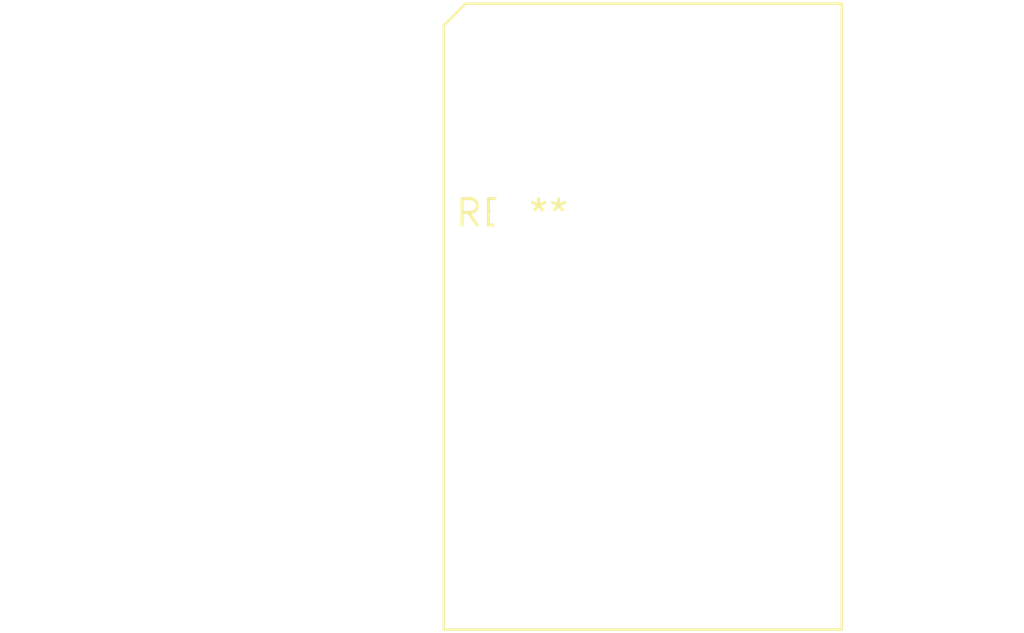
<source format=kicad_pcb>
(kicad_pcb (version 20240108) (generator pcbnew)
  (layers (0 "F.Cu" signal) (31 "B.Cu" signal) (34 "B.Paste" user) (35 "F.Paste" user) (36 "B.SilkS" user "B.Silkscreen") (37 "F.SilkS" user "F.Silkscreen") (38 "B.Mask" user) (39 "F.Mask" user) (44 "Edge.Cuts" user))
  (net 0 "")
  (footprint "L_CommonMode_PulseElectronics_PH9455x105NL_1" (layer "F.Cu") (at 0 0)
    (property "Reference" "REF**")
    (property "Value" "L_CommonMode_PulseElectronics_PH9455x105NL_1")
    (fp_line (start -3.3 -9.05) (end -3.3 20.1) (layer "F.SilkS") (stroke (width 0.12)))
    (fp_line (start -3.3 20.1) (end 15.9 20.1) (layer "F.SilkS") (stroke (width 0.12)))
    (fp_line (start -2.25 -10.1) (end -3.3 -9.05) (layer "F.SilkS") (stroke (width 0.12)))
    (fp_line (start 15.9 -10.1) (end -2.25 -10.1) (layer "F.SilkS") (stroke (width 0.12)))
    (fp_line (start 15.9 20.1) (end 15.9 -10.1) (layer "F.SilkS") (stroke (width 0.12)))
    (pad "1" thru_hole rect (at 0 0) (size 3.6 3.6) (drill 2.1) (layers *.Cu *.Mask) (remove_unused_layers))
    (pad "2" thru_hole circle (at 0 10) (size 3.6 3.6) (drill 2.1) (layers *.Cu *.Mask) (remove_unused_layers))
    (pad "3" thru_hole circle (at 12.6 10) (size 3.6 3.6) (drill 2.1) (layers *.Cu *.Mask) (remove_unused_layers))
    (pad "4" thru_hole circle (at 12.6 0) (size 3.6 3.6) (drill 2.1) (layers *.Cu *.Mask) (remove_unused_layers))
  )
)
</source>
